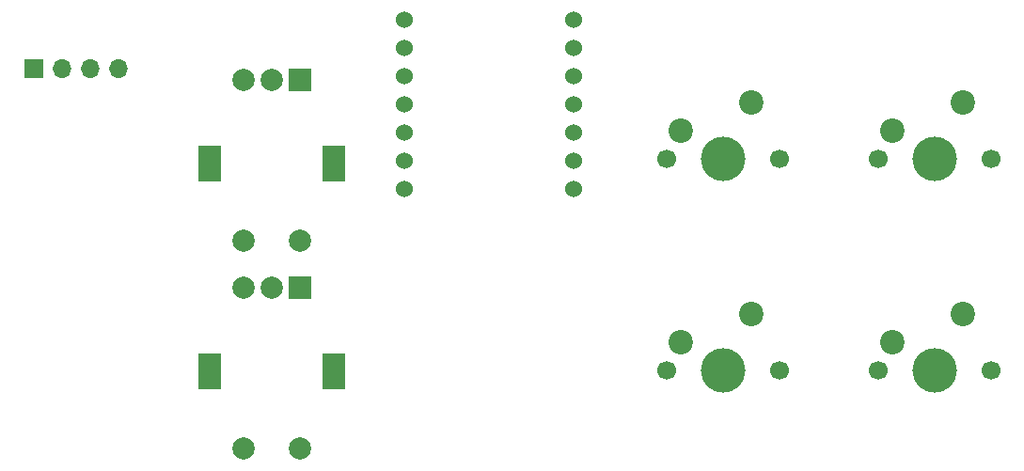
<source format=gbr>
%TF.GenerationSoftware,KiCad,Pcbnew,8.0.6*%
%TF.CreationDate,2025-05-30T09:43:58-05:00*%
%TF.ProjectId,HackPad,4861636b-5061-4642-9e6b-696361645f70,rev?*%
%TF.SameCoordinates,Original*%
%TF.FileFunction,Soldermask,Bot*%
%TF.FilePolarity,Negative*%
%FSLAX46Y46*%
G04 Gerber Fmt 4.6, Leading zero omitted, Abs format (unit mm)*
G04 Created by KiCad (PCBNEW 8.0.6) date 2025-05-30 09:43:58*
%MOMM*%
%LPD*%
G01*
G04 APERTURE LIST*
%ADD10C,1.700000*%
%ADD11C,4.000000*%
%ADD12C,2.200000*%
%ADD13R,2.000000X2.000000*%
%ADD14C,2.000000*%
%ADD15R,2.000000X3.200000*%
%ADD16C,1.524000*%
%ADD17R,1.700000X1.700000*%
%ADD18O,1.700000X1.700000*%
G04 APERTURE END LIST*
D10*
%TO.C,SW3*%
X166370000Y-104490625D03*
D11*
X171450000Y-104490625D03*
D10*
X176530000Y-104490625D03*
D12*
X173990000Y-99410625D03*
X167640000Y-101950625D03*
%TD*%
D10*
%TO.C,SW4*%
X147320000Y-104490625D03*
D11*
X152400000Y-104490625D03*
D10*
X157480000Y-104490625D03*
D12*
X154940000Y-99410625D03*
X148590000Y-101950625D03*
%TD*%
D13*
%TO.C,SW6*%
X114300000Y-97418750D03*
D14*
X109300000Y-97418750D03*
X111800000Y-97418750D03*
D15*
X117400000Y-104918750D03*
X106200000Y-104918750D03*
D14*
X109300000Y-111918750D03*
X114300000Y-111918750D03*
%TD*%
D16*
%TO.C,U1*%
X123760000Y-92000000D03*
X123760000Y-94540000D03*
X123760000Y-97080000D03*
X123760000Y-99620000D03*
X123760000Y-102160000D03*
X123760000Y-104700000D03*
X123760000Y-107240000D03*
X139000000Y-107240000D03*
X139000000Y-104700000D03*
X139000000Y-102160000D03*
X139000000Y-99620000D03*
X139000000Y-97080000D03*
X139000000Y-94540000D03*
X139000000Y-92000000D03*
%TD*%
D13*
%TO.C,SW7*%
X114300000Y-116112500D03*
D14*
X109300000Y-116112500D03*
X111800000Y-116112500D03*
D15*
X117400000Y-123612500D03*
X106200000Y-123612500D03*
D14*
X109300000Y-130612500D03*
X114300000Y-130612500D03*
%TD*%
D17*
%TO.C,J1*%
X90380000Y-96400625D03*
D18*
X92920000Y-96400625D03*
X95460000Y-96400625D03*
X98000000Y-96400625D03*
%TD*%
D10*
%TO.C,SW1*%
X147320000Y-123540625D03*
D11*
X152400000Y-123540625D03*
D10*
X157480000Y-123540625D03*
D12*
X154940000Y-118460625D03*
X148590000Y-121000625D03*
%TD*%
D10*
%TO.C,SW2*%
X166370000Y-123540625D03*
D11*
X171450000Y-123540625D03*
D10*
X176530000Y-123540625D03*
D12*
X173990000Y-118460625D03*
X167640000Y-121000625D03*
%TD*%
M02*

</source>
